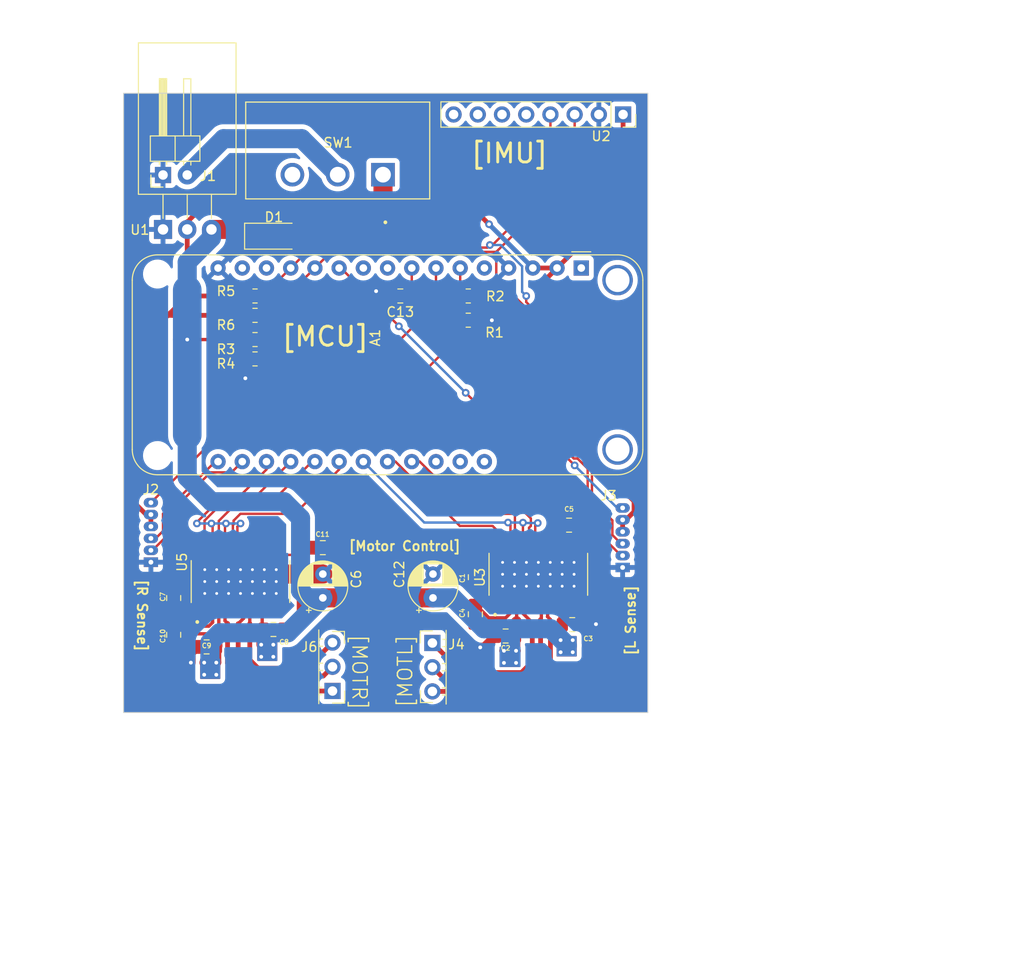
<source format=kicad_pcb>
(kicad_pcb (version 20221018) (generator pcbnew)
  (layers (0 "F.Cu" signal) (31 "B.Cu" signal) (34 "B.Paste" user) (35 "F.Paste" user) (36 "B.SilkS" user "B.Silkscreen") (37 "F.SilkS" user "F.Silkscreen") (38 "B.Mask" user) (39 "F.Mask" user) (44 "Edge.Cuts" user))
  (net 0 "")
  (net 2 "+3V3")
  (net 3 "GND")
  (net 5 "/A1")
  (net 6 "/A2")
  (net 9 "/D24")
  (net 10 "/SDA1")
  (net 11 "/SCL1")
  (net 14 "/SDA0")
  (net 15 "/SCL0")
  (net 16 "/D5")
  (net 17 "/D6")
  (net 18 "/D7")
  (net 19 "/D8")
  (net 20 "/D11")
  (net 21 "/D12")
  (net 22 "/D13")
  (net 26 "Net-(C1-Pad1)")
  (net 27 "Net-(C1-Pad2)")
  (net 28 "+BATT")
  (net 29 "Net-(C4-Pad1)")
  (net 30 "Net-(C5-Pad1)")
  (net 31 "Net-(C7-Pad1)")
  (net 32 "Net-(C7-Pad2)")
  (net 33 "Net-(C10-Pad1)")
  (net 34 "Net-(C11-Pad1)")
  (net 41 "/ml3")
  (net 42 "/ml2")
  (net 43 "/ml1")
  (net 44 "/mr2")
  (net 45 "/mr1")
  (net 46 "/mr3")
  (net 52 "/Bat+ Post Switch")
  (net 53 "/Bat+ Raw")
  (net 54 "/A3")
  (footprint "Capacitor_SMD:C_0805_2012Metric_Pad1.18x1.45mm_HandSolder" (layer "F.Cu") (at 146.73583 105.33211)
    (fp_text reference "C5")
    (fp_text value ".47uF")
  )
  (footprint "Capacitor_THT:CP_Radial_D5.0mm_P2.50mm" (layer "F.Cu") (at 132.459504 112.965113 90)
    (fp_text reference "C12")
    (fp_text value "10uF")
  )
  (footprint "Capacitor_SMD:C_0805_2012Metric_Pad1.18x1.45mm_HandSolder" (layer "F.Cu") (at 108.712 118.11)
    (fp_text reference "C9")
    (fp_text value ".1uF")
  )
  (footprint "Connector:JST MX x6" (layer "F.Cu") (at 102.87 109.22 180)
    (fp_text reference "J2")
    (fp_text value "MOTR_SENS")
  )
  (footprint "Resistor_SMD:R_0805_2012Metric_Pad1.20x1.40mm_HandSolder" (layer "F.Cu") (at 136.16 83.82 180)
    (fp_text reference "R1")
    (fp_text value "R1K")
  )
  (footprint "Sensor_Motion:MPU6050_Breakout_8pin_2.54mm" (layer "F.Cu") (at 152.4 62.23 -90)
    (fp_text reference "U2")
    (fp_text value "MPU-6050-Breakout")
  )
  (footprint "Capacitor_SMD:C_0805_2012Metric_Pad1.18x1.45mm_HandSolder" (layer "F.Cu") (at 140.081 116.967)
    (fp_text reference "C2")
    (fp_text value ".1uF")
  )
  (footprint "Capacitor_THT:CP_Radial_D5.0mm_P2.50mm" (layer "F.Cu") (at 120.904 112.965113 90)
    (fp_text reference "C6")
    (fp_text value "10uF")
  )
  (footprint "Capacitor_SMD:C_0805_2012Metric_Pad1.18x1.45mm_HandSolder" (layer "F.Cu") (at 147.066 115.7732 180)
    (fp_text reference "C3")
    (fp_text value ".1uF")
  )
  (footprint "Connector_PinHeader_2.54mm:PinHeader_1x02_P2.54mm_Horizontal" (layer "F.Cu") (at 104.14 68.58 90)
    (fp_text reference "J1")
    (fp_text value "Battery")
  )
  (footprint "Capacitor_SMD:C_0805_2012Metric_Pad1.18x1.45mm_HandSolder" (layer "F.Cu") (at 105.2576 116.84 -90)
    (fp_text reference "C10")
    (fp_text value ".1uF")
  )
  (footprint "Connector_PinHeader_2.54mm:PinHeader_1x03_P2.54mm_Horizontal" (layer "F.Cu") (at 132.399215 117.700478)
    (fp_text reference "J4")
    (fp_text value "MOTL")
  )
  (footprint "Resistor_SMD:R_0805_2012Metric_Pad1.20x1.40mm_HandSolder" (layer "F.Cu") (at 136.16 81.28 180)
    (fp_text reference "R2")
    (fp_text value "R1K")
  )
  (footprint "Capacitor_SMD:C_0805_2012Metric_Pad1.18x1.45mm_HandSolder" (layer "F.Cu") (at 115.7224 116.2812 180)
    (fp_text reference "C8")
    (fp_text value ".1uF")
  )
  (footprint "Connector:JST MX x6" (layer "F.Cu") (at 152.352665 109.773443 180)
    (fp_text reference "J3")
    (fp_text value "MOTL_SENS")
  )
  (footprint "downloaded:IC_TPS61196PWPRQ1" (layer "F.Cu") (at 112.268 111.252 90)
    (fp_text reference "U5")
    (fp_text value "DRV8313PWP")
  )
  (footprint "Capacitor_SMD:C_0805_2012Metric_Pad1.18x1.45mm_HandSolder" (layer "F.Cu") (at 105.2576 112.9792 -90)
    (fp_text reference "C7")
    (fp_text value ".01uF")
  )
  (footprint "Resistor_SMD:R_0805_2012Metric_Pad1.20x1.40mm_HandSolder" (layer "F.Cu") (at 113.792 85.852)
    (fp_text reference "R3")
    (fp_text value "1M")
  )
  (footprint "Connector_PinHeader_2.54mm:PinHeader_1x03_P2.54mm_Horizontal" (layer "F.Cu") (at 121.92 122.738408 180)
    (fp_text reference "J6")
    (fp_text value "MOTR")
  )
  (footprint "downloaded:SW_L102021ML04Q" (layer "F.Cu") (at 122.465471 68.548518 180)
    (fp_text reference "SW1")
    (fp_text value "SW_SPDT")
  )
  (footprint "Diode_SMD:D_SOD-128" (layer "F.Cu") (at 115.776732 75.003589)
    (fp_text reference "D1")
    (fp_text value "DSchottky")
  )
  (footprint "Capacitor_SMD:C_0805_2012Metric_Pad1.18x1.45mm_HandSolder" (layer "F.Cu") (at 129.032 81.28 180)
    (fp_text reference "C13")
    (fp_text value ".1uF")
  )
  (footprint "Resistor_SMD:R_0805_2012Metric_Pad1.20x1.40mm_HandSolder" (layer "F.Cu") (at 113.792 87.884 180)
    (fp_text reference "R4")
    (fp_text value "500K")
  )
  (footprint "downloaded:IC_TPS61196PWPRQ1" (layer "F.Cu") (at 143.51 110.49 90)
    (fp_text reference "U3")
    (fp_text value "DRV8313PWP")
  )
  (footprint "Resistor_SMD:R_0805_2012Metric_Pad1.20x1.40mm_HandSolder" (layer "F.Cu") (at 113.792 81.28)
    (fp_text reference "R5")
    (fp_text value "R10K")
  )
  (footprint "Capacitor_SMD:C_0805_2012Metric_Pad1.18x1.45mm_HandSolder" (layer "F.Cu") (at 120.904 107.696)
    (fp_text reference "C11")
    (fp_text value ".47uF")
  )
  (footprint "Module:Adafruit_Feather_M0_Wifi_WithMountingHoles" (layer "F.Cu") (at 148.013508 78.343477 -90)
    (fp_text reference "A1")
    (fp_text value "Adafruit_Feather_M0_Express")
  )
  (footprint "Capacitor_SMD:C_0805_2012Metric_Pad1.18x1.45mm_HandSolder" (layer "F.Cu") (at 136.906 110.7948 -90)
    (fp_text reference "C1")
    (fp_text value ".01uF")
  )
  (footprint "Capacitor_SMD:C_0805_2012Metric_Pad1.18x1.45mm_HandSolder" (layer "F.Cu") (at 136.906 114.681 -90)
    (fp_text reference "C4")
    (fp_text value ".1uF")
  )
  (footprint "Resistor_SMD:R_0805_2012Metric_Pad1.20x1.40mm_HandSolder" (layer "F.Cu") (at 113.792 83.312)
    (fp_text reference "R6")
    (fp_text value "R10K")
  )
  (footprint "Package_TO_SOT_THT:TO-220-3_Horizontal_TabDown" (layer "F.Cu") (at 104.14 74.295)
    (fp_text reference "U1")
    (fp_text value "LD33V")
  )
  (gr_rect locked (start 100 60) (end 155 125) (stroke (width 0.1)) (fill none) (layer "Edge.Cuts"))
  (gr_text "[Motor Control]\n" (at 129.490504 107.530626) (layer "F.SilkS") (effects (font (size 1 1) (thickness 0.2))))
  (gr_text "[L Sense]" (at 153.193174 115.329287 90) (layer "F.SilkS") (effects (font (size 1 1) (thickness 0.2))))
  (gr_text "[IMU]" (at 140.487492 66.302876) (layer "F.SilkS") (effects (font (size 2 2) (thickness 0.3))))
  (gr_text "[R Sense]" (at 101.949365 114.812853 270) (layer "F.SilkS") (effects (font (size 1 1) (thickness 0.2))))
  (gr_text "[MCU]\n" (at 121.166091 85.536651) (layer "F.SilkS") (effects (font (size 2 2) (thickness 0.3))))
  (segment (start 106.68 73.5125) (end 109.0725 71.12) (width 0.5) (layer "F.Cu") (net 2))
  (segment (start 102.87 104.22) (end 102.37 104.22) (width 0.5) (layer "F.Cu") (net 2))
  (segment (start 112.792 81.28) (end 106.68 81.28) (width 0.5) (layer "F.Cu") (net 2))
  (segment (start 101.186535 86.773465) (end 104.648 83.312) (width 0.5) (layer "F.Cu") (net 2))
  (segment (start 106.68 81.28) (end 106.68 74.295) (width 0.5) (layer "F.Cu") (net 2))
  (segment (start 123.19 71.12) (end 124.856019 69.453981) (width 0.5) (layer "F.Cu") (net 2))
  (segment (start 125.948494 66.04) (end 130.63003 66.04) (width 0.5) (layer "F.Cu") (net 2))
  (segment (start 112.792 83.312) (end 105.156 83.312) (width 0.5) (layer "F.Cu") (net 2))
  (segment (start 152.695489 104.773443) (end 153.552185 103.916747) (width 0.5) (layer "F.Cu") (net 2))
  (segment (start 152.352665 104.773443) (end 152.352665 106.023443) (width 0.5) (layer "F.Cu") (net 2))
  (segment (start 105.156 83.312) (end 104.902 83.058) (width 0.5) (layer "F.Cu") (net 2))
  (segment (start 143.51 80.306985) (end 145.473508 78.343477) (width 0.5) (layer "F.Cu") (net 2))
  (segment (start 143.51 92.777175) (end 143.51 80.306985) (width 0.5) (layer "F.Cu") (net 2))
  (segment (start 151.852665 104.773443) (end 152.695489 104.773443) (width 0.5) (layer "F.Cu") (net 2))
  (segment (start 105.156 83.312) (end 104.648 83.312) (width 0.5) (layer "F.Cu") (net 2))
  (segment (start 152.4 62.23) (end 152.4 71.416985) (width 0.5) (layer "F.Cu") (net 2))
  (segment (start 101.186535 103.036535) (end 101.186535 86.773465) (width 0.5) (layer "F.Cu") (net 2))
  (segment (start 124.856019 69.453981) (end 124.856019 67.132475) (width 0.5) (layer "F.Cu") (net 2))
  (segment (start 106.68 74.295) (end 106.68 73.5125) (width 0.5) (layer "F.Cu") (net 2))
  (segment (start 152.352665 104.773443) (end 151.852665 104.773443) (width 0.25) (layer "F.Cu") (net 2))
  (segment (start 104.648 83.312) (end 104.902 83.058) (width 0.5) (layer "F.Cu") (net 2))
  (segment (start 102.87 105.47) (end 102.87 104.22) (width 0.5) (layer "F.Cu") (net 2))
  (segment (start 109.0725 71.12) (end 123.19 71.12) (width 0.5) (layer "F.Cu") (net 2))
  (segment (start 145.473508 78.343477) (end 142.933508 78.343477) (width 0.5) (layer "F.Cu") (net 2))
  (segment (start 124.856019 67.132475) (end 125.948494 66.04) (width 0.5) (layer "F.Cu") (net 2))
  (segment (start 130.63003 66.04) (end 138.340015 73.749985) (width 0.5) (layer "F.Cu") (net 2))
  (segment (start 153.552185 102.81936) (end 143.51 92.777175) (width 0.5) (layer "F.Cu") (net 2))
  (segment (start 153.552185 103.916747) (end 153.552185 102.81936) (width 0.5) (layer "F.Cu") (net 2))
  (segment (start 152.4 71.416985) (end 145.473508 78.343477) (width 0.5) (layer "F.Cu") (net 2))
  (segment (start 104.902 83.058) (end 106.68 81.28) (width 0.5) (layer "F.Cu") (net 2))
  (segment (start 102.37 104.22) (end 101.186535 103.036535) (width 0.5) (layer "F.Cu") (net 2))
  (via (at 138.340015 73.749985) (size 0.8) (drill 0.4) (layers "F.Cu" "B.Cu") (net 2))
  (segment (start 142.933508 78.343477) (end 138.340015 73.749985) (width 0.5) (layer "B.Cu") (net 2))
  (segment (start 145.135 112.115) (end 143.51 110.49) (width 0.25) (layer "F.Cu") (net 3))
  (segment (start 107.061 118.7235) (end 107.061 119.761) (width 1) (layer "F.Cu") (net 3))
  (segment (start 147.735 113.29) (end 147.735 112.215) (width 0.25) (layer "F.Cu") (net 3))
  (segment (start 143.185 112.065) (end 143.51 111.74) (width 0.25) (layer "F.Cu") (net 3))
  (segment (start 112.776 89.916) (end 112.776 87.9055) (width 0.35) (layer "F.Cu") (net 3))
  (segment (start 111.943 112.827) (end 112.268 112.502) (width 0.25) (layer "F.Cu") (net 3))
  (segment (start 138.633322 83.828599) (end 137.168599 83.828599) (width 0.25) (layer "F.Cu") (net 3))
  (segment (start 120.904 108.7335) (end 120.904 110.465113) (width 0.25) (layer "F.Cu") (net 3))
  (segment (start 137.8497 118.1608) (end 137.414 118.1608) (width 1) (layer "F.Cu") (net 3))
  (segment (start 111.943 114.052) (end 111.943 112.827) (width 0.25) (layer "F.Cu") (net 3))
  (segment (start 139.285 108.74) (end 141.035 110.49) (width 0.25) (layer "F.Cu") (net 3))
  (segment (start 127.9945 81.28) (end 127.4865 80.772) (width 0.35) (layer "F.Cu") (net 3))
  (segment (start 147.085 113.29) (end 147.085 111.915) (width 0.25) (layer "F.Cu") (net 3))
  (segment (start 113.243 108.452) (end 113.244331 109.991687) (width 0.25) (layer "F.Cu") (net 3))
  (segment (start 141.035 110.49) (end 143.51 110.49) (width 0.25) (layer "F.Cu") (net 3))
  (segment (start 143.185 113.29) (end 143.185 112.065) (width 0.25) (layer "F.Cu") (net 3))
  (segment (start 142.535 113.29) (end 142.535 112.015) (width 0.25) (layer "F.Cu") (net 3))
  (segment (start 117.6528 116.2812) (end 118.6688 115.2652) (width 1) (layer "F.Cu") (net 3))
  (segment (start 147.77333 105.33211) (end 148.225493 105.784273) (width 0.25) (layer "F.Cu") (net 3))
  (segment (start 116.493 114.052) (end 116.505015 112.467816) (width 0.25) (layer "F.Cu") (net 3))
  (segment (start 142.535 112.015) (end 142.26 111.74) (width 0.25) (layer "F.Cu") (net 3))
  (segment (start 149.5044 115.7732) (end 149.5552 115.7224) (width 1) (layer "F.Cu") (net 3))
  (segment (start 108.043 108.452) (end 108.051446 109.883823) (width 0.25) (layer "F.Cu") (net 3))
  (segment (start 144.685 110.49) (end 143.51 110.49) (width 0.25) (layer "F.Cu") (net 3))
  (segment (start 139.0435 116.967) (end 137.8497 118.1608) (width 1) (layer "F.Cu") (net 3))
  (segment (start 120.904 110.465113) (end 118.593113 110.465113) (width 2) (layer "F.Cu") (net 3))
  (segment (start 148.225493 105.784273) (end 148.225493 108.924507) (width 0.25) (layer "F.Cu") (net 3))
  (segment (start 137.16 83.82) (end 137.16 81.28) (width 0.25) (layer "F.Cu") (net 3))
  (segment (start 144.485 109.515) (end 143.51 110.49) (width 0.25) (layer "F.Cu") (net 3))
  (segment (start 146.66 110.49) (end 143.51 110.49) (width 0.25) (layer "F.Cu") (net 3))
  (segment (start 111.293 112.777) (end 111.018 112.502) (width 0.25) (layer "F.Cu") (net 3))
  (segment (start 118.593113 110.465113) (end 113.054887 110.465113) (width 2) (layer "F.Cu") (net 3))
  (segment (start 107.6745 118.11) (end 107.061 118.7235) (width 1) (layer "F.Cu") (net 3))
  (segment (start 127.4865 80.772) (end 126.492 80.772) (width 0.35) (layer "F.Cu") (net 3))
  (segment (start 139.285 107.69) (end 139.285 108.74) (width 0.25) (layer "F.Cu") (net 3))
  (segment (start 148.1035 115.7732) (end 149.5044 115.7732) (width 1) (layer "F.Cu") (net 3))
  (segment (start 146.435 112.24) (end 144.685 110.49) (width 0.25) (layer "F.Cu") (net 3))
  (segment (start 144.485 107.69) (end 144.485 109.515) (width 0.25) (layer "F.Cu") (net 3))
  (segment (start 145.135 113.29) (end 145.135 112.115) (width 0.25) (layer "F.Cu") (net 3))
  (segment (start 121.9415 107.696) (end 120.904 108.7335) (width 0.25) (layer "F.Cu") (net 3))
  (segment (start 113.893 114.052) (end 113.893163 112.452407) (width 0.35) (layer "F.Cu") (net 3))
  (segment (start 147.085 111.915) (end 147.26 111.74) (width 0.25) (layer "F.Cu") (net 3))
  (segment (start 118.6688 110.5408) (end 118.593113 110.465113) (width 1) (layer "F.Cu") (net 3))
  (segment (start 148.225493 108.924507) (end 146.66 110.49) (width 0.25) (layer "F.Cu") (net 3))
  (segment (start 146.435 113.29) (end 146.435 112.24) (width 0.25) (layer "F.Cu") (net 3))
  (segment (start 116.7599 116.2812) (end 117.6528 116.2812) (width 1) (layer "F.Cu") (net 3))
  (segment (start 115.843 114.052) (end 115.834717 112.506339) (width 0.25) (layer "F.Cu") (net 3))
  (segment (start 118.6688 115.2652) (end 118.6688 110.5408) (width 1) (layer "F.Cu") (net 3))
  (segment (start 137.168599 83.828599) (end 137.16 83.82) (width 0.25) (layer "F.Cu") (net 3))
  (segment (start 147.735 112.215) (end 147.26 111.74) (width 0.25) (layer "F.Cu") (net 3))
  (segment (start 111.293 114.052) (end 111.293 112.777) (width 0.25) (layer "F.Cu") (net 3))
  (segment (start 113.054887 110.465113) (end 112.268 111.252) (width 0.25) (layer "F.Cu") (net 3))
  (segment (start 115.193 114.052) (end 115.202941 112.352248) (width 0.25) (layer "F.Cu") (net 3))
  (via (at 126.492 80.772) (size 0.8) (drill 0.4) (layers "F.Cu" "B.Cu") (net 3))
  (via (at 112.776 89.916) (size 0.8) (drill 0.4) (layers "F.Cu" "B.Cu") (net 3))
  (via (at 138.633322 83.828599) (size 0.8) (drill 0.4) (layers "F.Cu" "B.Cu") (net 3))
  (via (at 149.5552 115.7224) (size 0.8) (drill 0.4) (layers "F.Cu" "B.Cu") (net 3))
  (via (at 107.061 119.761) (size 0.8) (drill 0.4) (layers "F.Cu" "B.Cu") (net 3))
  (via (at 137.414 118.1608) (size 0.8) (drill 0.4) (layers "F.Cu" "B.Cu") (net 3))
  (segment (start 147.32 99.06) (end 136.08452 87.82452) (width 0.25) (layer "F.Cu") (net 5))
  (segment (start 135.16 81.28) (end 135.313508 81.126492) (width 0.25) (layer "F.Cu") (net 5))
  (segment (start 136.08452 82.20452) (end 135.16 81.28) (width 0.25) (layer "F.Cu") (net 5))
  (segment (start 136.08452 87.82452) (end 136.08452 82.20452) (width 0.25) (layer "F.Cu") (net 5))
  (segment (start 135.313508 81.126492) (end 135.313508 78.343477) (width 0.25) (layer "F.Cu") (net 5))
  (via (at 147.32 99.06) (size 0.8) (drill 0.4) (layers "F.Cu" "B.Cu") (net 5))
  (segment (start 152.352665 103.523443) (end 151.783443 103.523443) (width 0.25) (layer "B.Cu") (net 5))
  (segment (start 151.783443 103.523443) (end 147.32 99.06) (width 0.25) (layer "B.Cu") (net 5))
  (segment (start 135.16 85.574614) (end 135.16 83.82) (width 0.25) (layer "F.Cu") (net 6))
  (segment (start 135.16 83.82) (end 132.773508 81.433508) (width 0.25) (layer "F.Cu") (net 6))
  (segment (start 102.87 102.97) (end 113.384 92.456) (width 0.25) (layer "F.Cu") (net 6))
  (segment (start 113.384 92.456) (end 128.278614 92.456) (width 0.25) (layer "F.Cu") (net 6))
  (segment (start 132.773508 81.433508) (end 132.773508 78.343477) (width 0.25) (layer "F.Cu") (net 6))
  (segment (start 128.278614 92.456) (end 135.16 85.574614) (width 0.25) (layer "F.Cu") (net 6))
  (segment (start 142.725941 104.625941) (end 142.24 104.14) (width 0.25) (layer "F.Cu") (net 9))
  (segment (start 122.793477 78.343477) (end 122.613508 78.343477) (width 0.25) (layer "F.Cu") (net 9))
  (segment (start 142.535 105.598574) (end 142.725941 105.407633) (width 0.25) (layer "F.Cu") (net 9))
  (segment (start 142.24 97.79) (end 135.89 91.44) (width 0.25) (layer "F.Cu") (net 9))
  (segment (start 128.881545 84.431545) (end 122.793477 78.343477) (width 0.25) (layer "F.Cu") (net 9))
  (segment (start 142.535 107.69) (end 142.535 105.598574) (width 0.25) (layer "F.Cu") (net 9))
  (segment (start 128.881545 84.462887) (end 128.881545 84.431545) (width 0.25) (layer "F.Cu") (net 9))
  (segment (start 142.725941 105.407633) (end 142.725941 104.625941) (width 0.25) (layer "F.Cu") (net 9))
  (segment (start 142.24 104.14) (end 142.24 97.79) (width 0.25) (layer "F.Cu") (net 9))
  (via (at 135.89 91.44) (size 0.8) (drill 0.4) (layers "F.Cu" "B.Cu") (net 9))
  (via (at 128.881545 84.462887) (size 0.8) (drill 0.4) (layers "F.Cu" "B.Cu") (net 9))
  (segment (start 128.912887 84.462887) (end 135.89 91.44) (width 0.25) (layer "B.Cu") (net 9))
  (segment (start 128.881545 84.462887) (end 128.912887 84.462887) (width 0.25) (layer "B.Cu") (net 9))
  (segment (start 151.278145 104.834641) (end 151.278145 106.36497) (width 0.25) (layer "F.Cu") (net 10))
  (segment (start 144.78 69.85) (end 144.78 62.23) (width 0.25) (layer "F.Cu") (net 10))
  (segment (start 147.417405 97.885969) (end 147.8063 97.885969) (width 0.25) (layer "F.Cu") (net 10))
  (segment (start 138.43 75.926914) (end 138.703086 75.926914) (width 0.25) (layer "F.Cu") (net 10))
  (segment (start 152.186618 107.273443) (end 152.352665 107.273443) (width 0.25) (layer "F.Cu") (net 10))
  (segment (start 147.8063 97.885969) (end 149.13487 99.214539) (width 0.25) (layer "F.Cu") (net 10))
  (segment (start 142.68952 82.363803) (end 142.68952 93.158084) (width 0.25) (layer "F.Cu") (net 10))
  (segment (start 151.278145 106.36497) (end 152.186618 107.273443) (width 0.25) (layer "F.Cu") (net 10))
  (segment (start 114.792 81.28) (end 114.792 81.084985) (width 0.25) (layer "F.Cu") (net 10))
  (segment (start 142.24 81.28) (end 142.24 81.914282) (width 0.25) (layer "F.Cu") (net 10))
  (segment (start 142.68952 93.158084) (end 147.417405 97.885969) (width 0.25) (layer "F.Cu") (net 10))
  (segment (start 138.43 75.926914) (end 138.156914 76.2) (width 0.25) (layer "F.Cu") (net 10))
  (segment (start 138.703086 75.926914) (end 144.78 69.85) (width 0.25) (layer "F.Cu") (net 10))
  (segment (start 142.24 81.914282) (end 142.68952 82.363803) (width 0.25) (layer "F.Cu") (net 10))
  (segment (start 149.13487 102.691366) (end 151.278145 104.834641) (width 0.25) (layer "F.Cu") (net 10))
  (segment (start 138.156914 76.2) (end 119.676985 76.2) (width 0.25) (layer "F.Cu") (net 10))
  (segment (start 119.676985 76.2) (end 117.533508 78.343477) (width 0.25) (layer "F.Cu") (net 10))
  (segment (start 114.792 81.084985) (end 117.533508 78.343477) (width 0.25) (layer "F.Cu") (net 10))
  (segment (start 149.13487 99.214539) (end 149.13487 102.691366) (width 0.25) (layer "F.Cu") (net 10))
  (via (at 142.24 81.28) (size 0.8) (drill 0.4) (layers "F.Cu" "B.Cu") (net 10))
  (via (at 138.43 75.926914) (size 0.8) (drill 0.4) (layers "F.Cu" "B.Cu") (net 10))
  (segment (start 139.567245 75.926914) (end 141.808997 78.168666) (width 0.25) (layer "B.Cu") (net 10))
  (segment (start 141.808997 78.168666) (end 141.808997 80.848997) (width 0.25) (layer "B.Cu") (net 10))
  (segment (start 138.43 75.926914) (end 139.567245 75.926914) (width 0.25) (layer "B.Cu") (net 10))
  (segment (start 141.808997 80.848997) (end 142.24 81.28) (width 0.25) (layer "B.Cu") (net 10))
  (segment (start 135.500829 76.64952) (end 135.502723 76.651414) (width 0.25) (layer "F.Cu") (net 11))
  (segment (start 139.09927 76.651414) (end 139.09927 79.399118) (width 0.25) (layer "F.Cu") (net 11))
  (segment (start 152.186618 108.523443) (end 152.352665 108.523443) (width 0.25) (layer "F.Cu") (net 11))
  (segment (start 148.68535 99.400736) (end 148.68535 102.96535) (width 0.25) (layer "F.Cu") (net 11))
  (segment (start 139.09927 79.399118) (end 139.094194 79.404194) (width 0.25) (layer "F.Cu") (net 11))
  (segment (start 115.104985 83.312) (end 120.073508 78.343477) (width 0.25) (layer "F.Cu") (net 11))
  (segment (start 147.620103 98.335489) (end 148.68535 99.400736) (width 0.25) (layer "F.Cu") (net 11))
  (segment (start 148.68535 102.96535) (end 150.828625 105.108625) (width 0.25) (layer "F.Cu") (net 11))
  (segment (start 114.792 83.312) (end 115.104985 83.312) (width 0.25) (layer "F.Cu") (net 11))
  (segment (start 139.094194 79.404194) (end 142.24 82.55) (width 0.25) (layer "F.Cu") (net 11))
  (segment (start 147.32 68.430684) (end 139.09927 76.651414) (width 0.25) (layer "F.Cu") (net 11))
  (segment (start 150.828625 105.108625) (end 150.828625 107.16545) (width 0.25) (layer "F.Cu") (net 11))
  (segment (start 135.502723 76.651414) (end 139.09927 76.651414) (width 0.25) (layer "F.Cu") (net 11))
  (segment (start 121.767465 76.64952) (end 120.073508 78.343477) (width 0.25) (layer "F.Cu") (net 11))
  (segment (start 150.828625 107.16545) (end 152.186618 108.523443) (width 0.25) (layer "F.Cu") (net 11))
  (segment (start 142.24 93.344282) (end 147.231207 98.335489) (width 0.25) (layer "F.Cu") (net 11))
  (segment (start 147.32 62.23) (end 147.32 68.430684) (width 0.25) (layer "F.Cu") (net 11))
  (segment (start 147.231207 98.335489) (end 147.620103 98.335489) (width 0.25) (layer "F.Cu") (net 11))
  (segment (start 121.767465 76.64952) (end 135.500829 76.64952) (width 0.25) (layer "F.Cu") (net 11))
  (segment (start 142.24 82.55) (end 142.24 93.344282) (width 0.25) (layer "F.Cu") (net 11))
  (segment (start 104.14 105.95) (end 104.14 104.14) (width 0.25) (layer "F.Cu") (net 14))
  (segment (start 109.616523 98.663477) (end 109.913508 98.663477) (width 0.25) (layer "F.Cu") (net 14))
  (segment (start 103.37 106.72) (end 104.14 105.95) (width 0.25) (layer "F.Cu") (net 14))
  (segment (start 102.87 106.72) (end 103.37 106.72) (width 0.25) (layer "F.Cu") (net 14))
  (segment (start 104.14 104.14) (end 109.616523 98.663477) (width 0.25) (layer "F.Cu") (net 14))
  (segment (start 103.036047 107.97) (end 104.58952 106.416527) (width 0.25) (layer "F.Cu") (net 15))
  (segment (start 104.58952 106.416527) (end 104.58952 104.326198) (width 0.25) (layer "F.Cu") (net 15))
  (segment (start 104.58952 104.326198) (end 109.12773 99.787988) (width 0.25) (layer "F.Cu") (net 15))
  (segment (start 111.328997 99.787988) (end 112.453508 98.663477) (width 0.25) (layer "F.Cu") (net 15))
  (segment (start 102.87 107.97) (end 103.036047 107.97) (width 0.25) (layer "F.Cu") (net 15))
  (segment (start 109.12773 99.787988) (end 111.328997 99.787988) (width 0.25) (layer "F.Cu") (net 15))
  (segment (start 109.343 108.452) (end 109.343 105.279) (width 0.25) (layer "F.Cu") (net 16))
  (segment (start 114.993508 99.489992) (end 114.993508 98.663477) (width 0.25) (layer "F.Cu") (net 16))
  (segment (start 110.643 105.257) (end 110.744 105.156) (width 0.25) (layer "F.Cu") (net 16))
  (segment (start 110.041188 102.67448) (end 111.80902 102.67448) (width 0.25) (layer "F.Cu") (net 16))
  (segment (start 109.343 105.279) (end 109.22 105.156) (width 0.25) (layer "F.Cu") (net 16))
  (segment (start 107.696 105.019668) (end 110.041188 102.67448) (width 0.25) (layer "F.Cu") (net 16))
  (segment (start 111.943 105.481) (end 112.268 105.156) (width 0.25) (layer "F.Cu") (net 16))
  (segment (start 111.943 108.452) (end 111.943 105.481) (width 0.25) (layer "F.Cu") (net 16))
  (segment (start 107.696 105.156) (end 107.696 105.019668) (width 0.25) (layer "F.Cu") (net 16))
  (segment (start 111.80902 102.67448) (end 114.993508 99.489992) (width 0.25) (layer "F.Cu") (net 16))
  (segment (start 110.643 108.452) (end 110.643 105.257) (width 0.25) (layer "F.Cu") (net 16))
  (via (at 110.744 105.156) (size 0.8) (drill 0.4) (layers "F.Cu" "B.Cu") (net 16))
  (via (at 107.696 105.156) (size 0.8) (drill 0.4) (layers "F.Cu" "B.Cu") (net 16))
  (via (at 112.268 105.156) (size 0.8) (drill 0.4) (layers "F.Cu" "B.Cu") (net 16))
  (via (at 109.22 105.156) (size 0.8) (drill 0.4) (layers "F.Cu" "B.Cu") (net 16))
  (segment (start 107.696 105.156) (end 109.22 105.156) (width 0.25) (layer "B.Cu") (net 16))
  (segment (start 109.22 105.156) (end 110.744 105.156) (width 0.25) (layer "B.Cu") (net 16))
  (segment (start 110.744 105.156) (end 112.268 105.156) (width 0.25) (layer "B.Cu") (net 16))
  (segment (start 108.693 108.452) (end 108.693 107.402) (width 0.25) (layer "F.Cu") (net 17))
  (segment (start 108.495489 104.855897) (end 110.227386 103.124) (width 0.25) (layer "F.Cu") (net 17))
  (segment (start 108.693 107.402) (end 108.495489 107.204489) (width 0.25) (layer "F.Cu") (net 17))
  (segment (start 113.072985 103.124) (end 117.533508 98.663477) (width 0.25) (layer "F.Cu") (net 17))
  (segment (start 110.227386 103.124) (end 113.072985 103.124) (width 0.25) (layer "F.Cu") (net 17))
  (segment (start 108.495489 107.204489) (end 108.495489 104.855897) (width 0.25) (layer "F.Cu") (net 17))
  (segment (start 114.818109 103.621891) (end 111.253495 103.621891) (width 0.25) (layer "F.Cu") (net 18))
  (segment (start 119.482504 98.957496) (end 114.818109 103.621891) (width 0.25) (layer "F.Cu") (net 18))
  (segment (start 120.073508 98.663477) (end 119.779489 98.957496) (width 0.25) (layer "F.Cu") (net 18))
  (segment (start 109.993 104.882386) (end 109.993 108.452) (width 0.25) (layer "F.Cu") (net 18))
  (segment (start 111.253495 103.621891) (end 109.993 104.882386) (width 0.25) (layer "F.Cu") (net 18))
  (segment (start 119.779489 98.957496) (end 119.482504 98.957496) (width 0.25) (layer "F.Cu") (net 18))
  (segment (start 111.468489 105.319793) (end 111.543489 105.244793) (width 0.25) (layer "F.Cu") (net 19))
  (segment (start 111.543489 104.855897) (end 112.259386 104.14) (width 0.25) (layer "F.Cu") (net 19))
  (segment (start 111.468489 108.276511) (end 111.468489 105.319793) (width 0.25) (layer "F.Cu") (net 19))
  (segment (start 111.543489 105.244793) (end 111.543489 104.855897) (width 0.25) (layer "F.Cu") (net 19))
  (segment (start 117.9635 104.14) (end 122.613508 99.489992) (width 0.25) (layer "F.Cu") (net 19))
  (segment (start 122.613508 99.489992) (end 122.613508 98.663477) (width 0.25) (layer "F.Cu") (net 19))
  (segment (start 112.259386 104.14) (end 117.9635 104.14) (width 0.25) (layer "F.Cu") (net 19))
  (segment (start 111.293 108.452) (end 111.468489 108.276511) (width 0.25) (layer "F.Cu") (net 19))
  (segment (start 143.185 107.69) (end 143.185 105.372982) (width 0.25) (layer "F.Cu") (net 20))
  (segment (start 140.328646 105.056895) (end 140.585 105.313249) (width 0.25) (layer "F.Cu") (net 20))
  (segment (start 143.185 105.372982) (end 143.450452 105.10753) (width 0.25) (layer "F.Cu") (net 20))
  (segment (start 140.585 105.313249) (end 140.585 107.69) (width 0.25) (layer "F.Cu") (net 20))
  (segment (start 141.885 107.69) (end 141.899054 105.069054) (width 0.25) (layer "F.Cu") (net 20))
  (via (at 140.328646 105.056895) (size 0.8) (drill 0.4) (layers "F.Cu" "B.Cu") (net 20))
  (via (at 141.899054 105.069054) (size 0.8) (drill 0.4) (layers "F.Cu" "B.Cu") (net 20))
  (via (at 143.450452 105.10753) (size 0.8) (drill 0.4) (layers "F.Cu" "B.Cu") (net 20))
  (segment (start 131.546926 105.056895) (end 125.153508 98.663477) (width 0.25) (layer "B.Cu") (net 20))
  (segment (start 141.886895 105.056895) (end 141.899054 105.069054) (width 0.25) (layer "B.Cu") (net 20))
  (segment (start 141.93753 105.10753) (end 141.899054 105.069054) (width 0.25) (layer "B.Cu") (net 20))
  (segment (start 143.450452 105.10753) (end 141.93753 105.10753) (width 0.25) (layer "B.Cu") (net 20))
  (segment (start 140.328646 105.056895) (end 141.886895 105.056895) (width 0.25) (layer "B.Cu") (net 20))
  (segment (start 140.328646 105.056895) (end 131.546926 105.056895) (width 0.25) (layer "B.Cu") (net 20))
  (segment (start 138.705 105.41) (end 135.2745 105.41) (width 0.25) (layer "F.Cu") (net 21))
  (segment (start 139.935 107.69) (end 139.935 106.64) (width 0.25) (layer "F.Cu") (net 21))
  (segment (start 139.935 106.64) (end 138.705 105.41) (width 0.25) (layer "F.Cu") (net 21))
  (segment (start 128.527977 98.663477) (end 127.693508 98.663477) (width 0.25) (layer "F.Cu") (net 21))
  (segment (start 135.2745 105.41) (end 128.527977 98.663477) (width 0.25) (layer "F.Cu") (net 21))
  (segment (start 136.5445 104.14) (end 140.97 104.14) (width 0.25) (layer "F.Cu") (net 22))
  (segment (start 141.053157 106.663983) (end 141.235 106.845826) (width 0.25) (layer "F.Cu") (net 22))
  (segment (start 141.053157 104.223157) (end 141.053157 106.663983) (width 0.25) (layer "F.Cu") (net 22))
  (segment (start 130.233508 98.663477) (end 131.067977 98.663477) (width 0.25) (layer "F.Cu") (net 22))
  (segment (start 140.97 104.14) (end 141.053157 104.223157) (width 0.25) (layer "F.Cu") (net 22))
  (segment (start 141.235 106.845826) (end 141.235 107.69) (width 0.25) (layer "F.Cu") (net 22))
  (segment (start 131.067977 98.663477) (end 136.5445 104.14) (width 0.25) (layer "F.Cu") (net 22))
  (segment (start 139.285 113.29) (end 139.071 113.29) (width 0.35) (layer "F.Cu") (net 26))
  (segment (start 138.00552 110.85682) (end 136.906 109.7573) (width 0.35) (layer "F.Cu") (net 26))
  (segment (start 138.00552 112.22452) (end 138.00552 110.85682) (width 0.35) (layer "F.Cu") (net 26))
  (segment (start 139.071 113.29) (end 138.00552 112.22452) (width 0.35) (layer "F.Cu") (net 26))
  (segment (start 138.602181 113.643977) (end 136.906 111.947796) (width 0.35) (layer "F.Cu") (net 27))
  (segment (start 139.935 113.29) (end 139.935 114.319) (width 0.35) (layer "F.Cu") (net 27))
  (segment (start 139.935 114.319) (end 139.781819 114.472181) (width 0.35) (layer "F.Cu") (net 27))
  (segment (start 138.602181 114.472181) (end 138.602181 113.643977) (width 0.35) (layer "F.Cu") (net 27))
  (segment (start 136.906 111.947796) (end 136.906 111.8323) (width 0.35) (layer "F.Cu") (net 27))
  (segment (start 139.781819 114.472181) (end 138.602181 114.472181) (width 0.35) (layer "F.Cu") (net 27))
  (segment (start 109.993 114.052) (end 109.993 116.465056) (width 0.35) (layer "F.Cu") (net 28))
  (segment (start 141.1185 118.4617) (end 141.1732 118.5164) (width 1) (layer "F.Cu") (net 28))
  (segment (start 115.1636 116.7599) (end 115.1636 118.4148) (width 1) (layer "F.Cu") (net 28))
  (segment (start 114.438395 116.527705) (end 114.6849 116.2812) (width 1) (layer "F.Cu") (net 28))
  (segment (start 112.868143 74.295) (end 109.22 74.295) (width 2) (layer "F.Cu") (net 28))
  (segment (start 114.811289 116.552963) (end 114.543 116.284674) (width 0.35) (layer "F.Cu") (net 28))
  (segment (start 141.1185 116.967) (end 141.1185 117.3011) (width 1) (layer "F.Cu") (net 28))
  (segment (start 141.1185 115.4943) (end 141.235 115.3778) (width 1) (layer "F.Cu") (net 28))
  (segment (start 114.438395 117.878412) (end 114.438395 116.527705) (width 1) (layer "F.Cu") (net 28))
  (segment (start 114.6849 116.2812) (end 115.1636 116.7599) (width 1) (layer "F.Cu") (net 28))
  (segment (start 109.7495 118.11) (end 109.861056 117.998444) (width 1) (layer "F.Cu") (net 28))
  (segment (start 109.861056 117.998444) (end 109.861056 116.597) (width 1) (layer "F.Cu") (net 28))
  (segment (start 141.235 113.29) (end 141.235 115.3778) (width 0.35) (layer "F.Cu") (net 28))
  (segment (start 141.10448 115.71152) (end 139.811959 115.711519) (width 0.35) (layer "F.Cu") (net 28))
  (segment (start 109.7495 119.7395) (end 109.728 119.761) (width 1) (layer "F.Cu") (net 28))
  (segment (start 105.2576 117.8775) (end 106.4006 116.7345) (width 0.35) (layer "F.Cu") (net 28))
  (segment (start 136.912981 115.711519) (end 136.906 115.7185) (width 0.35) (layer "F.Cu") (net 28))
  (segment (start 141.1185 116.967) (end 141.1185 118.4617) (width 1) (layer "F.Cu") (net 28))
  (segment (start 106.4006 116.7345) (end 109.723556 116.7345) (width 0.35) (layer "F.Cu") (net 28))
  (segment (start 141.235 115.3778) (end 141.235 115.581) (width 0.35) (layer "F.Cu") (net 28))
  (segment (start 109.7495 118.4695) (end 108.458 119.761) (width 1) (layer "F.Cu") (net 28))
  (segment (start 141.1185 117.3011) (end 139.9032 118.5164) (width 1) (layer "F.Cu") (net 28))
  (segment (start 141.1185 116.967) (end 141.1185 115.4943) (width 1) (layer "F.Cu") (net 28))
  (segment (start 132.459504 112.965113) (end 120.904 112.965113) (width 2) (layer "F.Cu") (net 28))
  (segment (start 141.235 115.581) (end 141.10448 115.71152) (width 0.35) (layer "F.Cu") (net 28))
  (segment (start 109.7495 118.11) (end 109.7495 118.4695) (width 1) (layer "F.Cu") (net 28))
  (segment (start 139.811959 115.711519) (end 136.912981 115.711519) (width 0.35) (layer "F.Cu") (net 28))
  (segment (start 141.235 116.7235) (end 141.1185 116.84) (width 0.35) (layer "F.Cu") (net 28))
  (segment (start 113.576732 75.003589) (end 112.868143 74.295) (width 2) (layer "F.Cu") (net 28))
  (segment (start 112.792 85.852) (end 106.68 85.852) (width 0.35) (layer "F.Cu") (net 28))
  (segment (start 109.723556 116.7345) (end 109.861056 116.597) (width 0.35) (layer "F.Cu") (net 28))
  (segment (start 145.8468 117.3988) (end 145.8468 115.9549) (width 1) (layer "F.Cu") (net 28))
  (segment (start 145.785 113.29) (end 145.785 115.117027) (width 0.35) (layer "F.Cu") (net 28))
  (segment (start 120.714887 112.965113) (end 120.904 112.965113) (width 0.35) (layer "F.Cu") (net 28))
  (segment (start 109.7495 118.11) (end 109.7495 119.7395) (width 1) (layer "F.Cu") (net 28))
  (segment (start 114.543 116.284674) (end 114.543 114.052) (width 0.35) (layer "F.Cu") (net 28))
  (segment (start 145.8468 115.9549) (end 146.0285 115.7732) (width 1) (layer "F.Cu") (net 28))
  (segment (start 141.235 116.9775) (end 141.1185 117.094) (width 0.35) (layer "F.Cu") (net 28))
  (via (at 114.438395 119.148412) (size 0.8) (drill 0.4) (layers "F.Cu" "B.Cu") (net 28))
  (via (at 139.9032 118.5164) (size 0.8) (drill 0.4) (layers "F.Cu" "B.Cu") (net 28))
  (via (at 145.8468 118.6688) (size 0.8) (drill 0.4) (layers "F.Cu" "B.Cu") (net 28))
  (via (at 147.1168 117.3988) (size 0.8) (drill 0.4) (layers "F.Cu" "B.Cu") (net 28))
  (via (at 139.9032 119.7864) (size 0.8) (drill 0.4) (layers "F.Cu" "B.Cu") (net 28))
  (via (at 108.458 119.761) (size 0.8) (drill 0.4) (layers "F.Cu" "B.Cu") (net 28))
  (via (at 141.1732 118.5164) (size 0.8) (drill 0.4) (layers "F.Cu" "B.Cu") (net 28))
  (via (at 115.708395 117.878412) (size 0.8) (drill 0.4) (layers "F.Cu" "B.Cu") (net 28))
  (via (at 106.68 85.852) (size 0.8) (drill 0.4) (layers "F.Cu" "B.Cu") (net 28))
  (via (at 109.728 119.761) (size 0.8) (drill 0.4) (layers "F.Cu" "B.Cu") (net 28))
  (via (at 115.708395 119.148412) (size 0.8) (drill 0.4) (layers "F.Cu" "B.Cu") (net 28))
  (via (at 108.458 121.031) (size 0.8) (drill 0.4) (layers "F.Cu" "B.Cu") (net 28))
  (via (at 145.8468 117.3988) (size 0.8) (drill 0.4) (layers "F.Cu" "B.Cu") (net 28))
  (via (at 114.438395 117.878412) (size 0.8) (drill 0.4) (layers "F.Cu" "B.Cu") (net 28))
  (via (at 141.1732 119.7864) (size 0.8) (drill 0.4) (layers "F.Cu" "B.Cu") (net 28))
  (via (at 147.1168 118.6688) (size 0.8) (drill 0.4) (layers "F.Cu" "B.Cu") (net 28))
  (via (at 109.728 121.031) (size 0.8) (drill 0.4) (layers "F.Cu" "B.Cu") (net 28))
  (segment (start 109.05838 120.447089) (end 109.05501 120.450459) (width 2) (layer "B.Cu") (net 28))
  (segment (start 137.795 116.205) (end 134.555113 112.965113) (width 2) (layer "B.Cu") (net 28))
  (segment (start 117.239977 116.629136) (end 110.065864 116.629136) (width 2) (layer "B.Cu") (net 28))
  (segment (start 109.05838 117.63662) (end 109.05838 120.447089) (width 2) (layer "B.Cu") (net 28))
  (segment (start 119.315113 112.965113) (end 120.904 112.965113) (width 2) (layer "B.Cu") (net 28))
  (segment (start 140.589 116.205) (end 137.795 116.205) (width 2) (layer "B.Cu") (net 28))
  (segment (start 109.22 102.87) (end 116.84 102.87) (width 2) (layer "B.Cu") (net 28))
  (segment (start 106.68 80.645) (end 106.68 85.852) (width 3) (layer "B.Cu") (net 28))
  (segment (start 144.8054 116.205) (end 146.558 117.9576) (width 2) (layer "B.Cu") (net 28))
  (segment (start 140.589 116.205) (end 140.589 119.0498) (width 2) (layer "B.Cu") (net 28))
  (segment (start 110.065864 116.629136) (end 109.05838 117.63662) (width 2) (layer "B.Cu") (net 28))
  (segment (start 109.22 75.184) (end 109.22 74.295) (width 2) (layer "B.Cu") (net 28))
  (segment (start 134.555113 112.965113) (end 132.459504 112.965113) (width 2) (layer "B.Cu") (net 28))
  (segment (start 106.68 95.885) (end 106.68 100.33) (width 2) (layer "B.Cu") (net 28))
  (segment (start 118.567511 112.217511) (end 119.315113 112.965113) (width 2) (layer "B.Cu") (net 28))
  (segment (start 140.589 116.205) (end 144.8054 116.205) (width 2) (layer "B.Cu") (net 28))
  (segment (start 106.68 85.852) (end 106.68 95.885) (width 3) (layer "B.Cu") (net 28))
  (segment (start 118.567511 104.597511) (end 118.567511 112.217511) (width 2) (layer "B.Cu") (net 28))
  (segment (start 116.84 102.87) (end 118.567511 104.597511) (width 2) (layer "B.Cu") (net 28))
  (segment (start 106.68 100.33) (end 109.22 102.87) (width 2) (layer "B.Cu") (net 28))
  (segment (start 106.68 80.645) (end 106.68 77.724) (width 2) (layer "B.Cu") (net 28))
  (segment (start 120.904 112.965113) (end 117.239977 116.629136) (width 2) (layer "B.Cu") (net 28))
  (segment (start 106.68 77.724) (end 109.22 75.184) (width 2) (layer "B.Cu") (net 28))
  (segment (start 140.585 114.558) (end 140.081 115.062) (width 0.35) (layer "F.Cu") (net 29))
  (segment (start 140.081 115.062) (end 138.3245 115.062) (width 0.35) (layer "F.Cu") (net 29))
  (segment (start 138.3245 115.062) (end 136.906 113.6435) (width 0.35) (layer "F.Cu") (net 29))
  (segment (start 140.585 113.29) (end 140.585 114.558) (width 0.35) (layer "F.Cu") (net 29))
  (segment (start 145.69833 105.33211) (end 146.05 105.68378) (width 0.25) (layer "F.Cu") (net 30))
  (segment (start 146.05 106.565489) (end 147.559511 106.565489) (width 0.25) (layer "F.Cu") (net 30))
  (segment (start 147.559511 106.565489) (end 147.735 106.740978) (width 0.25) (layer "F.Cu") (net 30))
  (segment (start 146.05 105.68378) (end 146.05 106.565489) (width 0.25) (layer "F.Cu") (net 30))
  (segment (start 147.735 106.740978) (end 147.735 107.69) (width 0.25) (layer "F.Cu") (net 30))
  (segment (start 108.043 114.052) (end 107.3679 114.052) (width 0.35) (layer "F.Cu") (net 31))
  (segment (start 107.3679 114.052) (end 105.2576 111.9417) (width 0.35) (layer "F.Cu") (net 31))
  (segment (start 106.623567 115.382667) (end 105.2576 114.0167) (width 0.35) (layer "F.Cu") (net 32))
  (segment (start 108.693 114.052) (end 108.693 115.202) (width 0.35) (layer "F.Cu") (net 32))
  (segment (start 108.693 115.202) (end 108.512333 115.382667) (width 0.35) (layer "F.Cu") (net 32))
  (segment (start 108.512333 115.382667) (end 106.623567 115.382667) (width 0.35) (layer "F.Cu") (net 32))
  (segment (start 109.343 114.052) (end 109.343 115.536374) (width 0.35) (layer "F.Cu") (net 33))
  (segment (start 105.387287 115.932187) (end 105.2576 115.8025) (width 0.35) (layer "F.Cu") (net 33))
  (segment (start 109.343 115.536374) (end 108.947187 115.932187) (width 0.35) (layer "F.Cu") (net 33))
  (segment (start 108.947187 115.932187) (end 105.387287 115.932187) (width 0.35) (layer "F.Cu") (net 33))
  (segment (start 119.1105 108.452) (end 116.493 108.452) (width 0.25) (layer "F.Cu") (net 34))
  (segment (start 119.8665 107.696) (end 119.1105 108.452) (width 0.25) (layer "F.Cu") (net 34))
  (segment (start 144.47615 114.936355) (end 144.476164 114.933631) (width 0.35) (layer "F.Cu") (net 41))
  (segment (start 144.78 115.57) (end 144.78 115.240205) (width 0.35) (layer "F.Cu") (net 41))
  (segment (start 144.78 120.015) (end 142.014522 122.780478) (width 0.5) (layer "F.Cu") (net 41))
  (segment (start 144.78 115.240205) (end 144.47615 114.936355) (width 0.35) (layer "F.Cu") (net 41))
  (segment (start 144.78 115.57) (end 144.78 120.015) (width 0.5) (layer "F.Cu") (net 41))
  (segment (start 144.476164 114.933631) (end 144.485 114.924795) (width 0.35) (layer "F.Cu") (net 41))
  (segment (start 144.485 114.924795) (end 144.485 113.29) (width 0.35) (layer "F.Cu") (net 41))
  (segment (start 142.014522 122.780478) (end 132.399215 122.780478) (width 0.5) (layer "F.Cu") (net 41))
  (segment (start 133.977137 121.8184) (end 141.845908 121.8184) (width 0.5) (layer "F.Cu") (net 42))
  (segment (start 143.748963 119.915345) (end 143.748963 115.252598) (width 0.5) (layer "F.Cu") (net 42))
  (segment (start 132.399215 120.240478) (end 133.977137 121.8184) (width 0.5) (layer "F.Cu") (net 42))
  (segment (start 141.845908 121.8184) (end 143.748963 119.915345) (width 0.5) (layer "F.Cu") (net 42))
  (segment (start 143.835 113.29) (end 143.825025 115.250025) (width 0.35) (layer "F.Cu") (net 42))
  (segment (start 143.823313 115.586481) (end 143.825025 115.250025) (width 0.35) (layer "F.Cu") (net 42))
  (segment (start 143.748963 115.252598) (end 143.751858 115.249703) (width 0.5) (layer "F.Cu") (net 42))
  (segment (start 137.69792 120.01952) (end 138.4808 120.8024) (width 0.5) (layer "F.Cu") (net 43))
  (segment (start 132.399215 117.700478) (end 134.718257 120.01952) (width 0.5) (layer "F.Cu") (net 43))
  (segment (start 142.875 119.658616) (end 142.875 115.57) (width 0.5) (layer "F.Cu") (net 43))
  (segment (start 138.4808 120.8024) (end 141.731216 120.8024) (width 0.5) (layer "F.Cu") (net 43))
  (segment (start 141.885 113.29) (end 141.885 114.58) (width 0.35) (layer "F.Cu") (net 43))
  (segment (start 141.731216 120.8024) (end 142.875 119.658616) (width 0.5) (layer "F.Cu") (net 43))
  (segment (start 141.885 114.58) (end 142.875 115.57) (width 0.35) (layer "F.Cu") (net 43))
  (segment (start 134.718257 120.01952) (end 137.69792 120.01952) (width 0.5) (layer "F.Cu") (net 43))
  (segment (start 112.593 115.108096) (end 112.023868 115.677228) (width 0.35) (layer "F.Cu") (net 44))
  (segment (start 112.593 114.052) (end 112.593 115.108096) (width 0.35) (layer "F.Cu") (net 44))
  (segment (start 113.398692 121.158) (end 112.023868 119.783176) (width 0.5) (layer "F.Cu") (net 44))
  (segment (start 121.92 120.198408) (end 120.960408 121.158) (width 0.5) (layer "F.Cu") (net 44))
  (segment (start 120.960408 121.158) (end 113.398692 121.158) (width 0.5) (layer "F.Cu") (net 44))
  (segment (start 112.023868 119.783176) (end 112.023868 115.677228) (width 0.5) (layer "F.Cu") (net 44))
  (segment (start 110.643 115.376666) (end 110.910576 115.644242) (width 0.35) (layer "F.Cu") (net 45))
  (segment (start 110.643 114.052) (end 110.643 115.376666) (width 0.35) (layer "F.Cu") (net 45))
  (segment (start 121.92 122.738408) (end 113.848408 122.738408) (width 0.5) (layer "F.Cu") (net 45))
  (segment (start 110.910576 119.800576) (end 110.910576 115.644242) (width 0.5) (layer "F.Cu") (net 45))
  (segment (start 113.848408 122.738408) (end 110.910576 119.800576) (width 0.5) (layer "F.Cu") (net 45))
  (segment (start 121.92 117.658408) (end 119.233208 120.3452) (width 0.5) (layer "F.Cu") (net 46))
  (segment (start 114.118385 120.3452) (end 113.243 119.469815) (width 0.5) (layer "F.Cu") (net 46))
  (segment (start 113.243 114.052) (end 113.243 115.653853) (width 0.35) (layer "F.Cu") (net 46))
  (segment (start 113.243 115.653853) (end 113.219625 115.677228) (width 0.35) (layer "F.Cu") (net 46))
  (segment (start 113.243 119.469815) (end 113.243 115.653853) (width 0.5) (layer "F.Cu") (net 46))
  (segment (start 119.233208 120.3452) (end 114.118385 120.3452) (width 0.5) (layer "F.Cu") (net 46))
  (segment (start 125.341489 73.66) (end 119.320321 73.66) (width 2) (layer "F.Cu") (net 52))
  (segment (start 127.215471 71.786018) (end 125.341489 73.66) (width 2) (layer "F.Cu") (net 52))
  (segment (start 127.215471 68.548518) (end 127.215471 71.786018) (width 2) (layer "F.Cu") (net 52))
  (segment (start 119.320321 73.66) (end 117.976732 75.003589) (width 2) (layer "F.Cu") (net 52))
  (segment (start 110.49 64.77) (end 118.686953 64.77) (width 2) (layer "B.Cu") (net 53))
  (segment (start 106.68 68.58) (end 110.49 64.77) (width 2) (layer "B.Cu") (net 53))
  (segment (start 118.686953 64.77) (end 122.465471 68.548518) (width 2) (layer "B.Cu") (net 53))
  (segment (start 114.8295 87.884) (end 114.8295 85.8895) (width 0.25) (layer "F.Cu") (net 54))
  (segment (start 129.032 85.852) (end 130.233508 84.650492) (width 0.25) (layer "F.Cu") (net 54))
  (segment (start 114.8295 85.8895) (end 114.792 85.852) (width 0.25) (layer "F.Cu") (net 54))
  (segment (start 130.233508 84.650492) (end 130.233508 78.343477) (width 0.25) (layer "F.Cu") (net 54))
  (segment (start 114.776 87.9375) (end 114.8295 87.884) (width 0.25) (layer "F.Cu") (net 54))
  (segment (start 114.792 85.852) (end 129.032 85.852) (width 0.25) (layer "F.Cu") (net 54))
  (zone (net 28) (net_name "+BATT") (layers "F&B.Cu") (name "Batt Vias") (priority 1) (connect_pads yes (clearance 0.2)) (min_thickness 0.1) (fill yes (thermal_gap 0.35) (thermal_bridge_width 0.35) (island_removal_mode 1) (island_area_min 0))
    (polygon (pts (xy 147.537204 119.114106) (xy 145.426073 119.114106) (xy 145.426074 116.969988) (xy 147.537205 116.969988)))
  )
  (zone (net 28) (net_name "+BATT") (layers "F&B.Cu") (name "Batt Vias") (priority 1) (connect_pads yes (clearance 0.2)) (min_thickness 0.1) (fill yes (thermal_gap 0.35) (thermal_bridge_width 0.35) (island_removal_mode 1) (island_area_min 0))
    (polygon (pts (xy 116.128799 119.593718) (xy 114.017668 119.593718) (xy 114.017669 117.4496) (xy 116.1288 117.4496)))
  )
  (zone (net 28) (net_name "+BATT") (layers "F&B.Cu") (name "Batt Vias") (priority 1) (connect_pads yes (clearance 0.2)) (min_thickness 0.1) (fill yes (thermal_gap 0.35) (thermal_bridge_width 0.35) (island_removal_mode 1) (island_area_min 0))
    (polygon (pts (xy 141.643176 120.223414) (xy 139.441333 120.223414) (xy 139.441333 118.104037) (xy 141.643176 118.104037)))
  )
  (zone (net 28) (net_name "+BATT") (layers "F&B.Cu") (name "Batt Vias") (priority 1) (connect_pads yes (clearance 0.2)) (min_thickness 0.1) (fill yes (thermal_gap 0.35) (thermal_bridge_width 0.35) (island_removal_mode 1) (island_area_min 0))
    (polygon (pts (xy 110.148404 121.476306) (xy 108.037273 121.476306) (xy 108.037274 119.332188) (xy 110.148405 119.332188)))
  )
  (zone (net 3) (net_name "GND") (layer "B.Cu") (connect_pads (clearance 0.508)) (min_thickness 0.254) (fill yes (thermal_gap 0.508) (thermal_bridge_width 0.508))
    (polygon (pts (xy 163.83 132.08) (xy 90.17 132.08) (xy 91.44 53.34) (xy 163.83 53.34)))
  )
)
</source>
